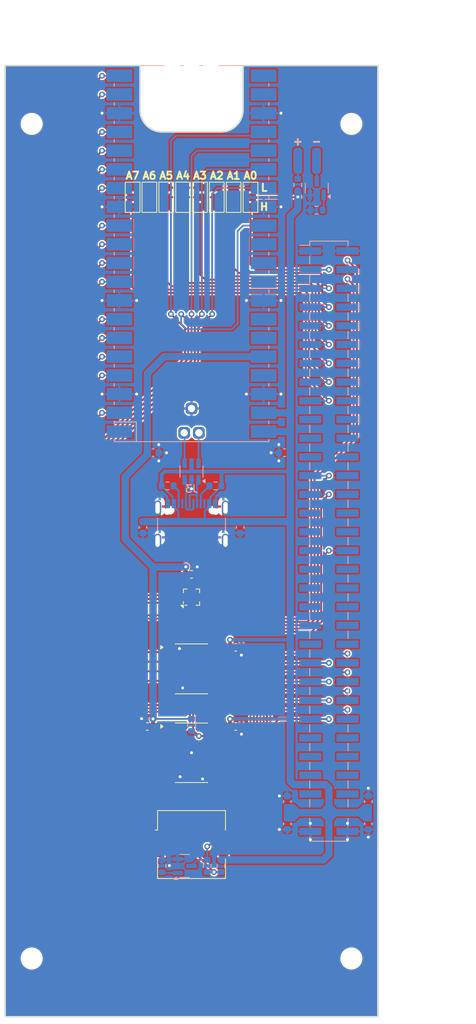
<source format=kicad_pcb>
(kicad_pcb (version 20240108) (generator "pcbnew") (generator_version "8.0")
  (layers (0 "F.Cu" signal) (31 "B.Cu" signal) (34 "B.Paste" user) (35 "F.Paste" user) (36 "B.SilkS" user "B.Silkscreen") (37 "F.SilkS" user "F.Silkscreen") (38 "B.Mask" user) (39 "F.Mask" user) (44 "Edge.Cuts" user))
  (net 0 "")
  (net 1 "+5V")
  (net 2 "GND")
  (net 11 "+3V3")
  (net 12 "Net-(J3-D+-PadA6)")
  (net 14 "Net-(J3-D--PadA7)")
  (net 16 "Net-(J3-CC1)")
  (net 17 "Net-(J3-CC2)")
  (net 18 "/FIFO_EXT_D4")
  (net 19 "/FIFO_EXT_D0")
  (net 20 "/FIFO_EXT_D6")
  (net 21 "/FIFO_EXT_D2")
  (net 22 "/FIFO_EXT_D5")
  (net 23 "/FIFO_EXT_D3")
  (net 24 "/FIFO_EXT_D1")
  (net 25 "/FIFO_EXT_D7")
  (net 26 "/USB_D+")
  (net 27 "/USB_D-")
  (net 28 "/FIFO_EXT_EN")
  (net 29 "/FIFO_EXT_A1")
  (net 30 "/~{RESET}")
  (net 31 "/FIFO_EXT_R{slash}~{W}")
  (net 34 "/FIFO_EXT_A0")
  (net 38 "/CARD_A5")
  (net 41 "/CARD_A3")
  (net 44 "/CARD_A4")
  (net 45 "/CARD_A0")
  (net 48 "/CARD_A2")
  (net 49 "/CARD_A1")
  (net 52 "/CARD_A6")
  (net 53 "/CARD_A7")
  (net 82 "Net-(D1-K)")
  (net 83 "/BACKLIGHT_PWM")
  (net 84 "Net-(Q2-D)")
  (net 85 "/BUZZER_PWM")
  (net 86 "/ACCEL_SDA")
  (net 87 "/ACCEL_INT1")
  (net 88 "/ACCEL_SCL")
  (net 89 "/ACCEL_INT2")
  (net 90 "/ACCEL_~{CS}")
  (net 91 "Net-(D1-A)")
  (net 92 "Net-(LS1-Pad1)")
  (net 94 "/FIFO_D2_3V3")
  (net 95 "/FIFO_D0_3V3")
  (net 96 "/FIFO_D4_3V3")
  (net 97 "/FIFO_D1_3V3")
  (net 98 "/FIFO_D5_3V3")
  (net 99 "/FIFO_D6_3V3")
  (net 100 "/FIFO_D3_3V3")
  (net 101 "/FIFO_D7_3V3")
  (net 102 "/FIFO_A1_3V3")
  (net 103 "/FIFO_EN_3V3")
  (net 104 "/FIFO_R{slash}~{W}_3V3")
  (net 105 "/FIFO_A0_3V3")
  (net 106 "/~{RESET}_3V3")
  (net 107 "/TRCVR_~{OE}")
  (net 108 "/TRCVR_DIR")
  (footprint "Jumper:SolderJumper-3_P1.3mm_Bridged2Bar12_Pad1.0x1.5mm" (layer "F.Cu") (at 201.92857 39.75 90)
    (property "Reference" "JP3" (hide yes))
    (property "Value" "SolderJumper_3_Bridged12" (hide yes))
  )
  (footprint "Capacitor_SMD:C_0603_1608Metric" (layer "F.Cu") (at 198.5 90.9)
    (property "Reference" "C10" (hide yes))
    (property "Value" "100n")
  )
  (footprint "Jumper:SolderJumper-3_P1.3mm_Bridged2Bar12_Pad1.0x1.5mm" (layer "F.Cu") (at 195.071428 39.75 90)
    (property "Reference" "JP6" (hide yes))
    (property "Value" "SolderJumper_3_Bridged12" (hide yes))
  )
  (footprint "Buzzer_Beeper:Buzzer_Murata_PKMCS0909E" (layer "F.Cu") (at 198.5 127.545)
    (property "Reference" "LS1" (hide yes))
    (property "Value" "PKMCS0909E")
  )
  (footprint "Package_SO:TSSOP-20_4.4x6.5mm_P0.65mm" (layer "F.Cu") (at 198.5 103.72)
    (property "Reference" "U6" (hide yes))
    (property "Value" "SN74HCS244")
  )
  (footprint "MountingHole:MountingHole_2.5mm" (layer "F.Cu") (at 176.8 29.8)
    (property "Reference" "H1" (hide yes))
    (property "Value" "M2")
  )
  (footprint "Jumper:SolderJumper-3_P1.3mm_Bridged2Bar12_Pad1.0x1.5mm" (layer "F.Cu") (at 190.5 39.75 90)
    (property "Reference" "JP8" (hide yes))
    (property "Value" "SolderJumper_3_Bridged12" (hide yes))
  )
  (footprint "Capacitor_SMD:C_0603_1608Metric" (layer "F.Cu") (at 204.5 100.795)
    (property "Reference" "C6" (hide yes))
    (property "Value" "100n")
  )
  (footprint "Package_LGA:LGA-12_2x2mm_P0.5mm" (layer "F.Cu") (at 198.5 93.99 90)
    (property "Reference" "U4" (hide yes))
    (property "Value" "LIS2DW12")
  )
  (footprint "Jumper:SolderJumper-3_P1.3mm_Bridged2Bar12_Pad1.0x1.5mm" (layer "F.Cu") (at 197.357142 39.75 90)
    (property "Reference" "JP5" (hide yes))
    (property "Value" "SolderJumper_3_Bridged12" (hide yes))
  )
  (footprint "MountingHole:MountingHole_2.5mm" (layer "F.Cu") (at 176.8 143)
    (property "Reference" "H3" (hide yes))
    (property "Value" "M2")
  )
  (footprint "MountingHole:MountingHole_2.5mm" (layer "F.Cu") (at 220.2 143)
    (property "Reference" "H4" (hide yes))
    (property "Value" "M2")
  )
  (footprint "Capacitor_SMD:C_0603_1608Metric" (layer "F.Cu") (at 204.5 111.525)
    (property "Reference" "C3" (hide yes))
    (property "Value" "100n")
  )
  (footprint "Jumper:SolderJumper-3_P1.3mm_Bridged2Bar12_Pad1.0x1.5mm" (layer "F.Cu") (at 199.642856 39.75 90)
    (property "Reference" "JP4" (hide yes))
    (property "Value" "SolderJumper_3_Bridged12" (hide yes))
  )
  (footprint "Jumper:SolderJumper-3_P1.3mm_Bridged2Bar12_Pad1.0x1.5mm" (layer "F.Cu") (at 206.499998 39.75 90)
    (property "Reference" "JP1" (hide yes))
    (property "Value" "SolderJumper_3_Bridged12" (hide yes))
  )
  (footprint "Jumper:SolderJumper-3_P1.3mm_Bridged2Bar12_Pad1.0x1.5mm" (layer "F.Cu") (at 192.785714 39.75 90)
    (property "Reference" "JP7" (hide yes))
    (property "Value" "SolderJumper_3_Bridged12" (hide yes))
  )
  (footprint "MountingHole:MountingHole_2.5mm" (layer "F.Cu") (at 220.2 29.8)
    (property "Reference" "H2" (hide yes))
    (property "Value" "M2")
  )
  (footprint "Capacitor_SMD:C_0603_1608Metric" (layer "F.Cu") (at 192.5 111.525 180)
    (property "Reference" "C4" (hide yes))
    (property "Value" "100n")
  )
  (footprint "Package_SO:TSSOP-24_4.4x7.8mm_P0.65mm" (layer "F.Cu") (at 198.5 115.1)
    (property "Reference" "U1" (hide yes))
    (property "Value" "SN74LXC8T245")
  )
  (footprint "Jumper:SolderJumper-3_P1.3mm_Bridged2Bar12_Pad1.0x1.5mm" (layer "F.Cu") (at 204.214284 39.75 90)
    (property "Reference" "JP2" (hide yes))
    (property "Value" "SolderJumper_3_Bridged12" (hide yes))
  )
  (footprint "Resistor_SMD:R_0603_1608Metric" (layer "B.Cu") (at 198.5 111.325 -90)
    (property "Reference" "R5" (hide yes))
    (property "Value" "10k")
  )
  (footprint "Capacitor_SMD:C_0603_1608Metric" (layer "B.Cu") (at 222.5 121.73 90)
    (property "Reference" "C7" (hide yes))
    (property "Value" "10u")
  )
  (footprint "Package_TO_SOT_SMD:SOT-23" (layer "B.Cu") (at 215.5 38.5 90)
    (property "Reference" "Q1" (hide yes))
    (property "Value" "BSS138")
  )
  (footprint "decoder:Con_01x02_2.54_SMD" (layer "B.Cu") (at 214.2 34.8 180)
    (property "Reference" "D1" (hide yes))
    (property "Value" "LED FILAMENT")
  )
  (footprint "Capacitor_SMD:C_0603_1608Metric" (layer "B.Cu") (at 211.5 124.73 -90)
    (property "Reference" "C9" (hide yes))
    (property "Value" "100n")
  )
  (footprint "Capacitor_SMD:C_0603_1608Metric" (layer "B.Cu") (at 211.5 121.73 90)
    (property "Reference" "C8" (hide yes))
    (property "Value" "10u")
  )
  (footprint "Resistor_SMD:R_0603_1608Metric" (layer "B.Cu") (at 194.499166 130.45 -90)
    (property "Reference" "R8" (hide yes))
    (property "Value" "10k")
  )
  (footprint "RPi_Pico:RPi_PicoW_SMD_TH" (layer "B.Cu") (at 198.5 47.4)
    (property "Reference" "U2" (hide yes))
    (property "Value" "PicoW")
  )
  (footprint "Capacitor_SMD:C_0603_1608Metric" (layer "B.Cu") (at 193.275 74.4)
    (property "Reference" "C13" (hide yes))
    (property "Value" "10u")
  )
  (footprint "Resistor_SMD:R_0603_1608Metric" (layer "B.Cu") (at 215.47 41.5)
    (property "Reference" "R7" (hide yes))
    (property "Value" "10k")
  )
  (footprint "decoder:USB_C_Receptacle_GCT_USB4800" (layer "B.Cu") (at 198.5 84.805 180)
    (property "Reference" "J3")
    (property "Value" "USB4800")
  )
  (footprint "Capacitor_SMD:C_0603_1608Metric" (layer "B.Cu") (at 222.5 124.73 -90)
    (property "Reference" "C5" (hide yes))
    (property "Value" "100n")
  )
  (footprint "Resistor_SMD:R_0603_1608Metric" (layer "B.Cu") (at 212.93 38.075 90)
    (property "Reference" "R6" (hide yes))
    (property "Value" "33")
  )
  (footprint "Connector_PinSocket_2.54mm:PinSocket_2x32_P2.54mm_Vertical_SMD" (layer "B.Cu") (at 217.15 86.4 180)
    (property "Reference" "J1" (hide yes))
    (property "Value" "Conn_02x32_Odd_Even")
  )
  (footprint "Resistor_SMD:R_0603_1608Metric" (layer "B.Cu") (at 195.25 78.9)
    (property "Reference" "R2" (hide yes))
    (property "Value" "5k1")
  )
  (footprint "Package_TO_SOT_SMD:SOT-23" (layer "B.Cu") (at 197.5625 130.45)
    (property "Reference" "Q2" (hide yes))
    (property "Value" "BSS138")
  )
  (footprint "Resistor_SMD:R_0603_1608Metric" (layer "B.Cu") (at 201.75 78.9)
    (property "Reference" "R1" (hide yes))
    (property "Value" "5k1")
  )
  (footprint "Resistor_SMD:R_0603_1608Metric" (layer "B.Cu") (at 200.625833 130.45 90)
    (property "Reference" "R10" (hide yes))
    (property "Value" "1k")
  )
  (footprint "Capacitor_SMD:C_0603_1608Metric" (layer "B.Cu") (at 191.9 84.52 -90)
    (property "Reference" "C1" (hide yes))
    (property "Value" "10u")
  )
  (footprint "Capacitor_SMD:C_0603_1608Metric" (layer "B.Cu") (at 205.1 84.52 -90)
    (property "Reference" "C11" (hide yes))
    (property "Value" "10u")
  )
  (footprint "Package_TO_SOT_SMD:SOT-23-6" (layer "B.Cu") (at 198.5 76.95 90)
    (property "Reference" "U3" (hide yes))
    (property "Value" "USBLC6-2SC6")
  )
  (footprint "Resistor_SMD:R_0603_1608Metric" (layer "B.Cu") (at 202.499166 130.45 -90)
    (property "Reference" "R9" (hide yes))
    (property "Value" "100")
  )
  (footprint "Capacitor_SMD:C_0603_1608Metric" (layer "B.Cu") (at 211.125 74.4 180)
    (property "Reference" "C12" (hide yes))
    (property "Value" "10u")
  )
  (gr_line (start 191.500001 21.9) (end 173.2 21.9) (stroke (width 0.2)) (layer "Edge.Cuts"))
  (gr_line (start 173.2 150.9) (end 223.8 150.9) (stroke (width 0.2)) (layer "Edge.Cuts"))
  (gr_line (start 223.8 21.9) (end 205.500001 21.9) (stroke (width 0.2)) (layer "Edge.Cuts"))
  (gr_line (start 205.500001 21.9) (end 205.500001 27.9) (stroke (width 0.2)) (layer "Edge.Cuts"))
  (gr_line (start 191.500001 27.9) (end 191.500001 21.9) (stroke (width 0.2)) (layer "Edge.Cuts"))
  (gr_arc (start 205.500001 27.9) (mid 204.621321 30.021321) (end 202.5 30.9) (stroke (width 0.2)) (layer "Edge.Cuts"))
  (gr_arc (start 194.5 30.9) (mid 192.37868 30.02132) (end 191.5 27.9) (stroke (width 0.2)) (layer "Edge.Cuts"))
  (gr_line (start 173.2 21.9) (end 173.2 150.9) (stroke (width 0.2)) (layer "Edge.Cuts"))
  (gr_line (start 223.8 150.9) (end 223.8 21.9) (stroke (width 0.2)) (layer "Edge.Cuts"))
  (gr_line (start 202.5 30.9) (end 194.5 30.9) (stroke (width 0.2)) (layer "Edge.Cuts"))
  (gr_text "-" (at 215.47 32.75 0) (layer "B.SilkS") (effects (font (size 1 1) (thickness 0.25) (bold yes)) (justify bottom)))
  (gr_text "+" (at 212.93 32.75 0) (layer "B.SilkS") (effects (font (size 1 1) (thickness 0.25) (bold yes)) (justify bottom)))
  (gr_text "A0" (at 206.499998 37.4 0) (layer "F.SilkS") (effects (font (size 1 1) (thickness 0.3) (bold yes)) (justify bottom)))
  (gr_text "A7\n" (at 190.5 37.4 0) (layer "F.SilkS") (effects (font (size 1 1) (thickness 0.3) (bold yes)) (justify bottom)))
  (gr_text "H" (at 208.35 41.05 0) (layer "F.SilkS") (effects (font (size 1 1) (thickness 0.25) (bold yes))))
  (gr_text "A5\n" (at 195.071428 37.4 0) (layer "F.SilkS") (effects (font (size 1 1) (thickness 0.3) (bold yes)) (justify bottom)))
  (gr_text "A2\n" (at 201.92857 37.4 0) (layer "F.SilkS") (effects (font (size 1 1) (thickness 0.3) (bold yes)) (justify bottom)))
  (gr_text "A1\n" (at 204.214284 37.4 0) (layer "F.SilkS") (effects (font (size 1 1) (thickness 0.3) (bold yes)) (justify bottom)))
  (gr_text "A3\n" (at 199.642856 37.4 0) (layer "F.SilkS") (effects (font (size 1 1) (thickness 0.3) (bold yes)) (justify bottom)))
  (gr_text "A6" (at 192.785714 37.4 0) (layer "F.SilkS") (effects (font (size 1 1) (thickness 0.3) (bold yes)) (justify bottom)))
  (gr_text "A4\n" (at 197.357142 37.4 0) (layer "F.SilkS") (effects (font (size 1 1) (thickness 0.3) (bold yes)) (justify bottom)))
  (gr_text "L" (at 208.35 38.45 0) (layer "F.SilkS") (effects (font (size 1 1) (thickness 0.25) (bold yes))))
  (segment (start 203.725 100.795) (end 203.725 99.77) (width 0.5) (layer "F.Cu") (net 1))
  (segment (start 201.3625 100.795) (end 203.725 100.795) (width 0.25) (layer "F.Cu") (net 1))
  (segment (start 206.499998 39.75) (end 212.95 39.75) (width 0.25) (layer "F.Cu") (net 1))
  (segment (start 200.375 111.525) (end 200.2 111.7) (width 0.25) (layer "F.Cu") (net 1))
  (segment (start 200.2 112) (end 200.2 111.7) (width 0.25) (layer "F.Cu") (net 1))
  (segment (start 203.725 111.525) (end 203.725 110.5) (width 0.5) (layer "F.Cu") (net 1))
  (segment (start 201.3625 112.175) (end 200.375 112.175) (width 0.25) (layer "F.Cu") (net 1))
  (segment (start 203.725 111.525) (end 201.3625 111.525) (width 0.25) (layer "F.Cu") (net 1))
  (segment (start 201.3625 111.525) (end 200.375 111.525) (width 0.25) (layer "F.Cu") (net 1))
  (segment (start 200.375 112.175) (end 200.2 112) (width 0.25) (layer "F.Cu") (net 1))
  (segment (start 190.5 39.75) (end 206.499998 39.75) (width 0.25) (layer "F.Cu") (net 1))
  (via (at 203.725 99.77) (size 0.8) (drill 0.4) (layers "F.Cu" "B.Cu") (net 1))
  (via (at 203.725 110.5) (size 0.8) (drill 0.4) (layers "F.Cu" "B.Cu") (net 1))
  (via (at 212.93 39.7) (size 0.8) (drill 0.4) (layers "F.Cu" "B.Cu") (net 1))
  (segment (start 211.895 99.77) (end 211.9 99.775) (width 0.5) (layer "B.Cu") (net 1))
  (segment (start 195.95 81.135) (end 195.95 80.425) (width 0.25) (layer "B.Cu") (net 1))
  (segment (start 200.75 81.850051) (end 200.3 82.300051) (width 0.25) (layer "B.Cu") (net 1))
  (segment (start 194.425 77.5) (end 194.425 77.375) (width 0.5) (layer "B.Cu") (net 1))
  (segment (start 201.4 76.95) (end 202.55 76.95) (width 0.5) (layer "B.Cu") (net 1))
  (segment (start 212.93 39.7) (end 212.93 38.9) (width 1) (layer "B.Cu") (net 1))
  (segment (start 216.67 119.42) (end 212.37 119.42) (width 1) (layer "B.Cu") (net 1))
  (segment (start 196.7 82.300051) (end 196.7 83.545) (width 0.25) (layer "B.Cu") (net 1))
  (segment (start 198.5 75.8125) (end 198.5 76.95) (width 0.5) (layer "B.Cu") (net 1))
  (segment (start 200.3 83.545) (end 200.5 83.745) (width 0.25) (layer "B.Cu") (net 1))
  (segment (start 217.15 119.9) (end 216.67 119.42) (width 1) (layer "B.Cu") (net 1))
  (segment (start 198.5 76.95) (end 201.4 76.95) (width 0.5) (layer "B.Cu") (net 1))
  (segment (start 211.69 68.99) (end 211.9 69.2) (width 1) (layer "B.Cu") (net 1))
  (segment (start 196.25 81.135) (end 196.25 81.850051) (width 0.25) (layer "B.Cu") (net 1))
  (segment (start 196.5 83.745) (end 198.5 83.745) (width 1) (layer "B.Cu") (net 1))
  (segment (start 202.499166 129.625) (end 216.375 129.625) (width 1) (layer "B.Cu") (net 1))
  (segment (start 211.85 110.5) (end 211.9 110.55) (width 0.5) (layer "B.Cu") (net 1))
  (segment (start 211.9 118.95) (end 211.9 110.55) (width 1) (layer "B.Cu") (net 1))
  (segment (start 212.37 119.42) (end 211.9 118.95) (width 1) (layer "B.Cu") (net 1))
  (segment (start 200.5 83.745) (end 205.1 83.745) (width 1) (layer "B.Cu") (net 1))
  (segment (start 202.575 78.9) (end 202.575 76.975) (width 0.5) (layer "B.Cu") (net 1))
  (segment (start 211.9 69.2) (end 211.9 70.5) (width 1) (layer "B.Cu") (net 1))
  (segment (start 207.39 71.53) (end 211.67 71.53) (width 1) (layer "B.Cu") (net 1))
  (segment (start 207.39 68.99) (end 211.69 68.99) (width 1) (layer "B.Cu") (net 1))
  (segment (start 211.67 71.53) (end 211.7 71.5) (width 1) (layer "B.Cu") (net 1))
  (segment (start 211.9 70.5) (end 211.9 42.35) (width 1) (layer "B.Cu") (net 1))
  (segment (start 217.15 128.85) (end 217.15 119.9) (width 1) (layer "B.Cu") (net 1))
  (segment (start 203.725 110.5) (end 211.85 110.5) (width 0.5) (layer "B.Cu") (net 1))
  (segment (start 194.425 78.9) (end 194.425 77.5) (width 0.5) (layer "B.Cu") (net 1))
  (segment (start 196.25 81.850051) (end 196.7 82.300051) (width 0.25) (layer "B.Cu") (net 1))
  (segment (start 205.1 83.745) (end 211.5 83.745) (width 1) (layer "B.Cu") (net 1))
  (segment (start 212.93 41.32) (end 212.93 39.7) (width 1) (layer "B.Cu") (net 1))
  (segment (start 196.7 83.545) (end 196.5 83.745) (width 0.25) (layer "B.Cu") (net 1))
  (segment (start 201.05 80.425) (end 202.575 78.9) (width 0.25) (layer "B.Cu") (net 1))
  (segment (start 195.95 80.425) (end 194.425 78.9) (width 0.25) (layer "B.Cu") (net 1))
  (segment (start 203.725 99.77) (end 211.895 99.77) (width 0.5) (layer "B.Cu") (net 1))
  (segment (start 200.75 81.135) (end 200.75 81.850051) (width 0.25) (layer "B.Cu") (net 1))
  (segment (start 216.375 129.625) (end 217.15 128.85) (width 1) (layer "B.Cu") (net 1))
  (segment (start 211.9 99.775) (end 211.9 110.55) (width 1) (layer "B.Cu") (net 1))
  (segment (start 201.4 76.95) (end 211.65 76.95) (width 0.5) (layer "B.Cu") (net 1))
  (segment (start 201.05 81.135) (end 201.05 80.425) (width 0.25) (layer "B.Cu") (net 1))
  (segment (start 202.55 76.95) (end 202.575 76.975) (width 0.5) (layer "B.Cu") (net 1))
  (segment (start 198.5 83.745) (end 200.5 83.745) (width 1) (layer "B.Cu") (net 1))
  (segment (start 194.425 77.375) (end 194.85 76.95) (width 0.5) (layer "B.Cu") (net 1))
  (segment (start 211.9 42.35) (end 212.93 41.32) (width 1) (layer "B.Cu") (net 1))
  (segment (start 200.3 82.300051) (end 200.3 83.545) (width 0.25) (layer "B.Cu") (net 1))
  (segment (start 191.9 83.745) (end 196.5 83.745) (width 1) (layer "B.Cu") (net 1))
  (segment (start 211.9 99.775) (end 211.9 70.5) (width 1) (layer "B.Cu") (net 1))
  (segment (start 194.85 76.95) (end 198.5 76.95) (width 0.5) (layer "B.Cu") (net 1))
  (segment (start 211.65 76.95) (end 211.7 76.9) (width 0.5) (layer "B.Cu") (net 1))
  (segment (start 199.25 90.925) (end 199.275 90.9) (width 0.25) (layer "F.Cu") (net 2))
  (via (at 210.65 28.35) (size 0.8) (drill 0.4) (layers "F.Cu" "B.Cu") (net 2))
  (via (at 186.35 28.35) (size 0.8) (drill 0.4) (layers "F.Cu" "B.Cu") (net 2))
  (via (at 210.42 125.505) (size 0.8) (drill 0.4) (layers "F.Cu" "B.Cu") (net 2))
  (via (at 199.275 89.875) (size 0.8) (drill 0.4) (layers "F.Cu" "B.Cu") (net 2))
  (via (at 210.65 41.05) (size 0.8) (drill 0.4) (layers "F.Cu" "B.Cu") (net 2))
  (via (at 205.27 101.85) (size 0.8) (drill 0.4) (layers "F.Cu" "B.Cu") (net 2))
  (via (at 196.95 118.35) (size 0.8) (drill 0.4) (layers "F.Cu" "B.Cu") (net 2))
  (via (at 210.35 73.3) (size 0.8) (drill 0.4) (layers "F.Cu" "B.Cu") (net 2))
  (via (at 194.05 73.3) (size 0.8) (drill 0.4) (layers "F.Cu" "B.Cu") (net 2))
  (via (at 205.95 66.45) (size 0.8) (drill 0.4) (layers "F.Cu" "B.Cu") (net 2))
  (via (at 197.3 106.3) (size 0.8) (drill 0.4) (layers "F.Cu" "B.Cu") (net 2))
  (via (at 209.3 74.4) (size 0.8) (drill 0.4) (layers "F.Cu" "B.Cu") (net 2))
  (via (at 191.72 110.47) (size 0.8) (drill 0.4) (layers "F.Cu" "B.Cu") (net 2))
  (via (at 205.95 53.75) (size 0.8) (drill 0.4) (layers "F.Cu" "B.Cu") (net 2))
  (via (at 191.05 66.45) (size 0.8) (drill 0.4) (layers "F.Cu" "B.Cu") (net 2))
  (via (at 200 118.65) (size 0.8) (drill 0.4) (layers "F.Cu" "B.Cu") (net 2))
  (via (at 214.63 126.87) (size 0.8) (drill 0.4) (layers "F.Cu" "B.Cu") (net 2))
  (via (at 210.65 66.45) (size 0.8) (drill 0.4) (layers "F.Cu" "B.Cu") (net 2))
  (via (at 222.5 126.55) (size 0.8) (drill 0.4) (layers "F.Cu" "B.Cu") (net 2))
  (via (at 222.5 119.9) (size 0.8) (drill 0.4) (layers "F.Cu" "B.Cu") (net 2))
  (via (at 186.35 66.45) (size 0.8) (drill 0.4) (layers "F.Cu" "B.Cu") (net 2))
  (via (at 198.5 115.1) (size 0.8) (drill 0.4) (layers "F.Cu" "B.Cu") (net 2))
  (via (at 210.42 120.955) (size 0.8) (drill 0.4) (layers "F.Cu" "B.Cu") (net 2))
  (via (at 210.65 53.75) (size 0.8) (drill 0.4) (layers "F.Cu" "B.Cu") (net 2))
  (via (at 205.28 112.58) (size 0.8) (drill 0.4) (layers "F.Cu" "B.Cu") (net 2))
  (via (at 195.5 130.4) (size 0.8) (drill 0.4) (layers "F.Cu" "B.Cu") (net 2))
  (via (at 210.35 75.5) (size 0.8) (drill 0.4) (layers "F.Cu" "B.Cu") (net 2))
  (via (at 198.5 79.3) (size 0.8) (drill 0.4) (layers "F.Cu" "B.Cu") (net 2))
  (via (at 191.05 53.75) (size 0.8) (drill 0.4) (layers "F.Cu" "B.Cu") (net 2))
  (via (at 219.67 124.67) (size 0.8) (drill 0.4) (layers "F.Cu" "B.Cu") (net 2))
  (via (at 214.63 124.67) (size 0.8) (drill 0.4) (layers "F.Cu" "B.Cu") (net 2))
  (via (at 186.35 41.05) (size 0.8) (drill 0.4) (layers "F.Cu" "B.Cu") (net 2))
  (via (at 195.1 74.4) (size 0.8) (drill 0.4) (layers "F.Cu" "B.Cu") (net 2))
  (via (at 186.35 53.75) (size 0.8) (drill 0.4) (layers "F.Cu" "B.Cu") (net 2))
  (via (at 219.67 126.87) (size 0.8) (drill 0.4) (layers "F.Cu" "B.Cu") (net 2))
  (via (at 194.05 75.5) (size 0.8) (drill 0.4) (layers "F.Cu" "B.Cu") (net 2))
  (via (at 196.864127 100.966724) (size 0.8) (drill 0.4) (layers "F.Cu" "B.Cu") (net 2))
  (segment (start 201.85 81.135) (end 201.85 80.3) (width 0.25) (layer "B.Cu") (net 2))
  (segment (start 201.85 80.3) (end 202.05 80.1) (width 0.25) (layer "B.Cu") (net 2))
  (segment (start 198.5 79.3) (end 198.5 78.0875) (width 0.25) (layer "B.Cu") (net 2))
  (segment (start 195.15 81.135) (end 195.15 80.3) (width 0.25) (layer "B.Cu") (net 2))
  (segment (start 195.15 80.3) (end 194.95 80.1) (width 0.25) (layer "B.Cu") (net 2))
  (segment (start 195.6375 111.525) (end 193.275 111.525) (width 0.25) (layer "F.Cu") (net 11))
  (segment (start 197.75 90.925) (end 197.725 90.9) (width 0.25) (layer "F.Cu") (net 11))
  (segment (start 198.25 93.2275) (end 197.75 93.2275) (width 0.25) (layer "F.Cu") (net 11))
  (segment (start 197.75 93.2275) (end 197.75 90.925) (width 0.25) (layer "F.Cu") (net 11))
  (segment (start 197.725 90.9) (end 197.725 89.875) (width 0.5) (layer "F.Cu") (net 11))
  (segment (start 193.275 111.525) (end 193.275 110.5) (width 0.5) (layer "F.Cu") (net 11))
  (via (at 197.725 89.875) (size 0.8) (drill 0.4) (layers "F.Cu" "B.Cu") (net 11))
  (via (at 193.275 110.5) (size 0.8) (drill 0.4) (layers "F.Cu" "B.Cu") (net 11))
  (segment (start 193.275 110.5) (end 198.5 110.5) (width 0.25) (layer "B.Cu") (net 11))
  (segment (start 194.78 61.37) (end 192.5 63.65) (width 1) (layer "B.Cu") (net 11))
  (segment (start 192.5 63.65) (end 192.5 74.65) (width 1) (layer "B.Cu") (net 11))
  (segment (start 197.725 89.875) (end 197.7 89.9) (width 1) (layer "B.Cu") (net 11))
  (segment (start 189.5 86.125) (end 193.275 89.9) (width 1) (layer "B.Cu") (net 11))
  (segment (start 192.5 74.65) (end 189.5 77.65) (width 1) (layer "B.Cu") (net 11))
  (segment (start 193.275 110.5) (end 193.275 89.9) (width 1) (layer "B.Cu") (net 11))
  (segment (start 207.39 61.37) (end 194.78 61.37) (width 1) (layer "B.Cu") (net 11))
  (segment (start 189.5 77.65) (end 189.5 86.125) (width 1) (layer "B.Cu") (net 11))
  (segment (start 197.7 89.9) (end 193.275 89.9) (width 1) (layer "B.Cu") (net 11))
  (segment (start 197.75 82.01) (end 197.75 81.135) (width 0.25) (layer "B.Cu") (net 12))
  (segment (start 197.84 82.1) (end 197.75 82.01) (width 0.25) (layer "B.Cu") (net 12))
  (segment (start 198.75 82.01) (end 198.66 82.1) (width 0.25) (layer "B.Cu") (net 12))
  (segment (start 197.75 81.135) (end 197.75 78.2875) (width 0.25) (layer "B.Cu") (net 12))
  (segment (start 197.75 78.2875) (end 197.55 78.0875) (width 0.25) (layer "B.Cu") (net 12))
  (segment (start 198.75 81.135) (end 198.75 82.01) (width 0.25) (layer "B.Cu") (net 12))
  (segment (start 198.66 82.1) (end 197.84 82.1) (width 0.25) (layer "B.Cu") (net 12))
  (segment (start 198.3 80.1) (end 199.25 80.1) (width 0.25) (layer "B.Cu") (net 14))
  (segment (start 199.25 78.2875) (end 199.25 80.1) (width 0.25) (layer "B.Cu") (net 14))
  (segment (start 199.45 78.0875) (end 199.25 78.2875) (width 0.25) (layer "B.Cu") (net 14))
  (segment (start 199.25 80.1) (end 199.25 81.135) (width 0.25) (layer "B.Cu") (net 14))
  (segment (start 198.25 81.135) (end 198.25 80.15) (width 0.25) (layer "B.Cu") (net 14))
  (segment (start 198.25 80.15) (end 198.3 80.1) (width 0.25) (layer "B.Cu") (net 14))
  (segment (start 199.75 80.075) (end 200.925 78.9) (width 0.25) (layer "B.Cu") (net 16))
  (segment (start 199.75 81.135) (end 199.75 80.075) (width 0.25) (layer "B.Cu") (net 16))
  (segment (start 196.75 79.575) (end 196.075 78.9) (width 0.25) (layer "B.Cu") (net 17))
  (segment (start 196.75 81.135) (end 196.75 79.575) (width 0.25) (layer "B.Cu") (net 17))
  (segment (start 206.95 112.836396) (end 205.661396 114.125) (width 0.25) (layer "F.Cu") (net 18))
  (segment (start 207.69 102.91) (end 206.95 103.65) (width 0.25) (layer "F.Cu") (net 18))
  (segment (start 217.15 102.91) (end 207.69 102.91) (width 0.25) (layer "F.Cu") (net 18))
  (segment (start 205.661396 114.125) (end 201.3625 114.125) (width 0.25) (layer "F.Cu") (net 18))
  (segment (start 206.95 103.65) (end 206.95 112.836396) (width 0.25) (layer "F.Cu") (net 18))
  (via (at 217.15 102.91) (size 0.8) (drill 0.4) (layers "F.Cu" "B.Cu") (net 18))
  (segment (start 214.63 102.91) (end 217.15 102.91) (width 0.25) (layer "B.Cu") (net 18))
  (segment (start 206.5 112.65) (end 206.5 102.4) (width 0.25) (layer "F.Cu") (net 19))
  (segment (start 206.5 102.4) (end 207.25 101.65) (width 0.25) (layer "F.Cu") (net 19))
  (segment (start 201.3625 113.475) (end 205.675 113.475) (width 0.25) (layer "F.Cu") (net 19))
  (segment (start 208.01 101.64) (end 219.67 101.64) (width 0.25) (layer "F.Cu") (net 19))
  (segment (start 207.25 101.65) (end 208 101.65) (width 0.25) (layer "F.Cu") (net 19))
  (segment (start 205.675 113.475) (end 206.5 112.65) (width 0.25) (layer "F.Cu") (net 19))
  (segment (start 208 101.65) (end 208.01 101.64) (width 0.25) (layer "F.Cu") (net 19))
  (via (at 219.67 101.64) (size 0.8) (drill 0.4) (layers "F.Cu" "B.Cu") (net 19))
  (segment (start 219.67 102.91) (end 219.67 101.64) (width 0.25) (layer "B.Cu") (net 19))
  (segment (start 209.51 107.99) (end 208.75 108.75) (width 0.25) (layer "F.Cu") (net 20))
  (segment (start 205.60698 116.725) (end 201.3625 116.725) (width 0.25) (layer "F.Cu") (net 20))
  (segment (start 208.75 108.75) (end 208.75 113.58198) (width 0.25) (layer "F.Cu") (net 20))
  (segment (start 217.15 107.99) (end 209.51 107.99) (width 0.25) (layer "F.Cu") (net 20))
  (segment (start 208.75 113.58198) (end 205.60698 116.725) (width 0.25) (layer "F.Cu") (net 20))
  (via (at 217.15 107.99) (size 0.8) (drill 0.4) (layers "F.Cu" "B.Cu") (net 20))
  (segment (start 214.63 107.99) (end 217.15 107.99) (width 0.25) (layer "B.Cu") (net 20))
  (segment (start 219.67 106.72) (end 209.03 106.72) (width 0.25) (layer "F.Cu") (net 21))
  (segment (start 205.620584 116.075) (end 201.3625 116.075) (width 0.25) (layer "F.Cu") (net 21))
  (segment (start 209.03 106.72) (end 208.3 107.45) (width 0.25) (layer "F.Cu") (net 21))
  (segment (start 208.3 107.45) (end 208.3 113.395584) (width 0.25) (layer "F.Cu") (net 21))
  (segment (start 208.3 113.395584) (end 205.620584 116.075) (width 0.25) (layer "F.Cu") (net 21))
  (via (at 219.67 106.72) (size 0.8) (drill 0.4) (layers "F.Cu" "B.Cu") (net 21))
  (segment (start 219.67 107.99) (end 219.67 106.72) (width 0.25) (layer "B.Cu") (net 21))
  (segment (start 205.634188 115.425) (end 201.3625 115.425) (width 0.25) (layer "F.Cu") (net 22))
  (segment (start 207.85 113.209188) (end 205.634188 115.425) (width 0.25) (layer "F.Cu") (net 22))
  (segment (start 208.6125 105.45) (end 207.85 106.2125) (width 0.25) (layer "F.Cu") (net 22))
  (segment (start 217.15 105.45) (end 208.6125 105.45) (width 0.25) (layer "F.Cu") (net 22))
  (segment (start 207.85 106.2125) (end 207.85 113.209188) (width 0.25) (layer "F.Cu") (net 22))
  (via (at 217.15 105.45) (size 0.8) (drill 0.4) (layers "F.Cu" "B.Cu") (net 22))
  (segment (start 214.63 105.45) (end 217.15 105.45) (width 0.25) (layer "B.Cu") (net 22))
  (segment (start 205.593376 117.375) (end 201.3625 117.375) (width 0.25) (layer "F.Cu") (net 23))
  (segment (start 209.2 110) (end 209.2 113.768376) (width 0.25) (layer "F.Cu") (net 23))
  (segment (start 219.67 109.26) (end 209.94 109.26) (width 0.25) (layer "F.Cu") (net 23))
  (segment (start 209.2 113.768376) (end 205.593376 117.375) (width 0.25) (layer "F.Cu") (net 23))
  (segment (start 209.94 109.26) (end 209.2 110) (width 0.25) (layer "F.Cu") (net 23))
  (via (at 219.67 109.26) (size 0.8) (drill 0.4) (layers "F.Cu" "B.Cu") (net 23))
  (segment (start 219.67 110.53) (end 219.67 109.26) (width 0.25) (layer "B.Cu") (net 23))
  (segment (start 207.4 104.9) (end 207.4 113.022792) (width 0.25) (layer "F.Cu") (net 24))
  (segment (start 219.67 104.18) (end 208.12 104.18) (width 0.25) (layer "F.Cu") (net 24))
  (segment (start 208.12 104.18) (end 207.4 104.9) (width 0.25) (layer "F.Cu") (net 24))
  (segment (start 205.647792 114.775) (end 201.3625 114.775) (width 0.25) (layer "F.Cu") (net 24))
  (segment (start 207.4 113.022792) (end 205.647792 114.775) (width 0.25) (layer "F.Cu") (net 24))
  (via (at 219.67 104.18) (size 0.8) (drill 0.4) (layers "F.Cu" "B.Cu") (net 24))
  (segment (start 219.67 105.45) (end 219.67 104.18) (width 0.25) (layer "B.Cu") (net 24))
  (segment (start 209.65 113.954772) (end 205.579772 118.025) (width 0.25) (layer "F.Cu") (net 25))
  (segment (start 210.37 110.53) (end 209.65 111.25) (width 0.25) (layer "F.Cu") (net 25))
  (segment (start 217.15 110.53) (end 210.37 110.53) (width 0.25) (layer "F.Cu") (net 25))
  (segment (start 209.65 111.25) (end 209.65 113.954772) (width 0.25) (layer "F.Cu") (net 25))
  (segment (start 205.579772 118.025) (end 201.3625 118.025) (width 0.25) (layer "F.Cu") (net 25))
  (via (at 217.15 110.53) (size 0.8) (drill 0.4) (layers "F.Cu" "B.Cu") (net 25))
  (segment (start 214.63 110.53) (end 217.15 110.53) (width 0.25) (layer "B.Cu") (net 25))
  (segment (start 197.55 75.8125) (end 197.55 71.75) (width 0.25) (layer "B.Cu") (net 26))
  (segment (start 197.55 71.75) (end 197.5 71.7) (width 0.25) (layer "B.Cu") (net 26))
  (segment (start 199.45 75.8125) (end 199.45 71.75) (width 0.25) (layer "B.Cu") (net 27))
  (segment (start 199.45 71.75) (end 199.5 71.7) (width 0.25) (layer "B.Cu") (net 27))
  (segment (start 215.65 96.552792) (end 215.65 79.01) (width 0.25) (layer "F.Cu") (net 28))
  (segment (start 198.5 103.97) (end 198.5 98.827208) (width 0.25) (layer "F.Cu") (net 28))
  (segment (start 199.225 104.695) (end 198.5 103.97) (width 0.25) (layer "F.Cu") (net 28))
  (segment (start 199.527208 97.8) (end 214.402792 97.8) (width 0.25) (layer "F.Cu") (net 28))
  (segment (start 214.402792 97.8) (end 215.65 96.552792) (width 0.25) (layer "F.Cu") (net 28))
  (segment (start 201.3625 104.695) (end 199.225 104.695) (width 0.25) (layer "F.Cu") (net 28))
  (segment (start 198.5 98.827208) (end 199.527208 97.8) (width 0.25) (layer "F.Cu") (net 28))
  (segment (start 215.65 79.01) (end 217.15 77.51) (width 0.25) (layer "F.Cu") (net 28))
  (via (at 217.15 77.51) (size 0.8) (drill 0.4) (layers "F.Cu" "B.Cu") (net 28))
  (segment (start 214.63 77.51) (end 217.15 77.51) (width 0.25) (layer "B.Cu") (net 28))
  (segment (start 215.2 96.366396) (end 215.2 78) (width 0.25) (layer "F.Cu") (net 29))
  (segment (start 220.95 72.25) (end 220.95 49.58) (width 0.25) (layer "F.Cu") (net 29))
  (segment (start 198.05 105.27) (end 198.05 98.640812) (width 0.25) (layer "F.Cu") (net 29))
  (segment (start 215.2 78) (end 220.95 72.25) (width 0.25) (layer "F.Cu") (net 29))
  (segment (start 201.3625 105.995) (end 198.775 105.995) (width 0.25) (layer "F.Cu") (net 29))
  (segment (start 198.775 105.995) (end 198.05 105.27) (width 0.25) (layer "F.Cu") (net 29))
  (segment (start 220.95 49.58) (end 219.67 48.3) (width 0.25) (layer "F.Cu") (net 29))
  (segment (start 214.216396 97.35) (end 215.2 96.366396) (width 0.25) (layer "F.Cu") (net 29))
  (segment (start 198.05 98.640812) (end 199.340812 97.35) (width 0.25) (layer "F.Cu") (net 29))
  (segment (start 199.340812 97.35) (end 214.216396 97.35) (width 0.25) (layer "F.Cu") (net 29))
  (via (at 219.67 48.3) (size 0.8) (drill 0.4) (layers "F.Cu" "B.Cu") (net 29))
  (segment (start 219.67 49.57) (end 219.67 48.3) (width 0.25) (layer "B.Cu") (net 29))
  (segment (start 198.95 102.62) (end 198.95 99.013604) (width 0.25) (layer "F.Cu") (net 30))
  (segment (start 199.713604 98.25) (end 214.589188 98.25) (width 0.25) (layer "F.Cu") (net 30))
  (segment (start 199.725 103.395) (end 198.95 102.62) (width 0.25) (layer "F.Cu") (net 30))
  (segment (start 214.589188 98.25) (end 216.1 96.739188) (width 0.25) (layer "F.Cu") (net 30))
  (segment (start 201.3625 103.395) (end 199.725 103.395) (width 0.25) (layer "F.Cu") (net 30))
  (segment (start 216.1 81.1) (end 217.15 80.05) (width 0.25) (layer "F.Cu") (net 30))
  (segment (start 216.1 96.739188) (end 216.1 81.1) (width 0.25) (layer "F.Cu") (net 30))
  (segment (start 198.95 99.013604) (end 199.713604 98.25) (width 0.25) (layer "F.Cu") (net 30))
  (via (at 217.15 80.05) (size 0.8) (drill 0.4) (layers "F.Cu" "B.Cu") (net 30))
  (segment (start 214.63 80.05) (end 217.15 80.05) (width 0.25) (layer "B.Cu") (net 30))
  (segment (start 199.9 98.7) (end 199.4 99.2) (width 0.25) (layer "F.Cu") (net 31))
  (segment (start 214.775584 98.7) (end 199.9 98.7) (width 0.25) (layer "F.Cu") (net 31))
  (segment (start 216.55 88.27) (end 216.55 96.925584) (width 0.25) (layer "F.Cu") (net 31))
  (segment (start 217.15 87.67) (end 216.55 88.27) (width 0.25) (layer "F.Cu") (net 31))
  (segment (start 199.4 99.2) (end 199.4 101.37) (width 0.25) (layer "F.Cu") (net 31))
  (segment (start 199.4 101.37) (end 200.125 102.095) (width 0.25) (layer "F.Cu") (net 31))
  (segment (start 216.55 96.925584) (end 214.775584 98.7) (width 0.25) (layer "F.Cu") (net 31))
  (segment (start 200.125 102.095) (end 201.3625 102.095) (width 0.25) (layer "F.Cu") (net 31))
  (via (at 217.15 87.67) (size 0.8) (drill 0.4) (layers "F.Cu" "B.Cu") (net 31))
  (segment (start 219.67 87.67) (end 217.15 87.67) (width 0.25) (layer "B.Cu") (net 31))
  (segment (start 199.154416 96.9) (end 214.03 96.9) (width 0.25) (layer "F.Cu") (net 34))
  (segment (start 195.6375 102.095) (end 196.885 102.095) (width 0.25) (layer "F.Cu") (net 34))
  (segment (start 214.75 96.18) (end 214.75 77.813604) (width 0.25) (layer "F.Cu") (net 34))
  (segment (start 220.5 51.67) (end 219.67 50.84) (width 0.25) (layer "F.Cu") (net 34))
  (segment (start 197.6 101.38) (end 197.6 98.454416) (width 0.25) (layer "F.Cu") (net 34))
  (segment (start 220.5 72.063604) (end 220.5 51.67) (width 0.25) (layer "F.Cu") (net 34))
  (segment (start 214.03 96.9) (end 214.75 96.18) (width 0.25) (layer "F.Cu") (net 34))
  (segment (start 214.75 77.813604) (end 220.5 72.063604) (width 0.25) (layer "F.Cu") (net 34))
  (segment (start 197.6 98.454416) (end 199.154416 96.9) (width 0.25) (layer "F.Cu") (net 34))
  (segment (start 196.885 102.095) (end 197.6 101.38) (width 0.25) (layer "F.Cu") (net 34))
  (via (at 219.67 50.84) (size 0.8) (drill 0.4) (layers "F.Cu" "B.Cu") (net 34))
  (segment (start 219.67 52.11) (end 219.67 50.84) (width 0.25) (layer "B.Cu") (net 34))
  (segment (start 195.071428 51.111428) (end 195.785 51.825) (width 0.25) (layer "F.Cu") (net 38))
  (segment (start 195.071428 41.05) (end 195.071428 51.111428) (width 0.25) (layer "F.Cu") (net 38))
  (segment (start 214.9 60.02) (end 217.15 62.27) (width 0.25) (layer "F.Cu") (net 38))
  (segment (start 214.9 52.54) (end 214.9 60.02) (width 0.25) (layer "F.Cu") (net 38))
  (segment (start 195.785 51.825) (end 214.185 51.825) (width 0.25) (layer "F.Cu") (net 38))
  (segment (start 214.185 51.825) (end 214.9 52.54) (width 0.25) (layer "F.Cu") (net 38))
  (via (at 217.15 62.27) (size 0.8) (drill 0.4) (layers "F.Cu" "B.Cu") (net 38))
  (segment (start 214.63 62.27) (end 217.15 62.27) (width 0.25) (layer "B.Cu") (net 38))
  (segment (start 199.642856 41.05) (end 199.642856 50.217856) (width 0.25) (layer "F.Cu") (net 41))
  (segment (start 215.095 50.925) (end 215.8 51.63) (width 0.25) (layer "F.Cu") (net 41))
  (segment (start 199.642856 50.217856) (end 200.35 50.925) (width 0.25) (layer "F.Cu") (net 41))
  (segment (start 200.35 50.925) (end 215.095 50.925) (width 0.25) (layer "F.Cu") (net 41))
  (segment (start 215.8 51.63) (end 215.8 55.84) (width 0.25) (layer "F.Cu") (net 41))
  (segment (start 215.8 55.84) (end 217.15 57.19) (width 0.25) (layer "F.Cu") (net 41))
  (via (at 217.15 57.19) (size 0.8) (drill 0.4) (layers "F.Cu" "B.Cu") (net 41))
  (segment (start 214.63 57.19) (end 217.15 57.19) (width 0.25) (layer "B.Cu") (net 41))
  (segment (start 215.35 52.12) (end 215.35 57.93) (width 0.25) (layer "F.Cu") (net 44))
  (segment (start 198.065 51.375) (end 214.605 51.375) (width 0.25) (layer "F.Cu") (net 44))
  (segment (start 214.605 51.375) (end 215.35 52.12) (width 0.25) (layer "F.Cu") (net 44))
  (segment (start 197.357142 41.05) (end 197.357142 50.667142) (width 0.25) (layer "F.Cu") (net 44))
  (segment (start 197.357142 50.667142) (end 198.065 51.375) (width 0.25) (layer "F.Cu") (net 44))
  (segment (start 215.35 57.93) (end 217.15 59.73) (width 0.25) (layer "F.Cu") (net 44))
  (via (at 217.15 59.73) (size 0.8) (drill 0.4) (layers "F.Cu" "B.Cu") (net 44))
  (segment (start 214.63 59.73) (end 217.15 59.73) (width 0.25) (layer "B.Cu") (net 44))
  (segment (start 217.145 49.575) (end 207.2075 49.575) (width 0.25) (layer "F.Cu") (net 45))
  (segment (start 207.2075 49.575) (end 206.499998 48.867498) (width 0.25) (layer "F.Cu") (net 45))
  (segment (start 217.15 49.57) (end 217.145 49.575) (width 0.25) (layer "F.Cu") (net 45))
  (segment (start 206.499998 48.867498) (end 206.499998 41.05) (width 0.25) (layer "F.Cu") (net 45))
  (via (at 217.15 49.57) (size 0.8) (drill 0.4) (layers "F.Cu" "B.Cu") (net 45))
  (segment (start 214.63 49.57) (end 217.15 49.57) (width 0.25) (layer "B.Cu") (net 45))
  (segment (start 201.92857 49.74857) (end 202.655 50.475) (width 0.25) (layer "F.Cu") (net 48))
  (segment (start 202.655 50.475) (end 215.515 50.475) (width 0.25) (layer "F.Cu") (net 48))
  (segment (start 216.25 53.75) (end 217.15 54.65) (width 0.25) (layer "F.Cu") (net 48))
  (segment (start 216.25 51.21) (end 216.25 53.75) (width 0.25) (layer "F.Cu") (net 48))
  (segment (start 201.92857 41.05) (end 201.92857 49.74857) (width 0.25) (layer "F.Cu") (net 48))
  (segment (start 215.515 50.475) (end 216.25 51.21) (width 0.25) (layer "F.Cu") (net 48))
  (via (at 217.15 54.65) (size 0.8) (drill 0.4) (layers "F.Cu" "B.Cu") (net 48))
  (segment (start 214.63 54.65) (end 217.15 54.65) (width 0.25) (layer "B.Cu") (net 48))
  (segment (start 204.214284 49.314284) (end 204.925 50.025) (width 0.25) (layer "F.Cu") (net 49))
  (segment (start 204.214284 41.05) (end 204.214284 49.314284) (width 0.25) (layer "F.Cu") (net 49))
  (segment (start 216.7 51.66) (end 217.15 52.11) (width 0.25) (layer "F.Cu") (net 49))
  (segment (start 216.7 50.77) (end 216.7 51.66) (width 0.25) (layer "F.Cu") (net 49))
  (segment (start 215.955 50.025) (end 216.7 50.77) (width 0.25) (layer "F.Cu") (net 49))
  (segment (start 204.925 50.025) (end 215.955 50.025) (width 0.25) (layer "F.Cu") (net 49))
  (via (at 217.15 52.11) (size 0.8) (drill 0.4) (layers "F.Cu" "B.Cu") (net 49))
  (segment (start 214.63 52.11) (end 217.15 52.11) (width 0.25) (layer "B.Cu") (net 49))
  (segment (start 213.715 52.275) (end 193.515 52.275) (width 0.25) (layer "F.Cu") (net 52))
  (segment (start 217.15 64.81) (end 214.45 62.11) (width 0.25) (layer "F.Cu") (net 52))
  (segment (start 193.515 52.275) (end 192.785714 51.545714) (width 0.25) (layer "F.Cu") (net 52))
  (segment (start 192.785714 51.545714) (end 192.785714 41.05) (width 0.25) (layer "F.Cu") (net 52))
  (segment (start 214.45 53.01) (end 213.715 52.275) (width 0.25) (layer "F.Cu") (net 52))
  (segment (start 214.45 62.11) (end 214.45 53.01) (width 0.25) (layer "F.Cu") (net 52))
  (via (at 217.15 64.81) (size 0.8) (drill 0.4) (layers "F.Cu" "B.Cu") (net 52))
  (segment (start 214.63 64.81) (end 217.15 64.81) (width 0.25) (layer "B.Cu") (net 52))
  (segment (start 214 53.44) (end 213.285 52.725) (width 0.25) (layer "F.Cu") (net 53))
  (segment (start 217.15 67.35) (end 214 64.2) (width 0.25) (layer "F.Cu") (net 53))
  (segment (start 213.285 52.725) (end 191.215 52.725) (width 0.25) (layer "F.Cu") (net 53))
  (segment (start 191.215 52.725) (end 190.5 52.01) (width 0.25) (layer "F.Cu") (net 53))
  (segment (start 190.5 52.01) (end 190.5 41.05) (width 0.25) (layer "F.Cu") (net 53))
  (segment (start 214 64.2) (end 214 53.44) (width 0.25) (layer "F.Cu") (net 53))
  (via (at 217.15 67.35) (size 0.8) (drill 0.4) (layers "F.Cu" "B.Cu") (net 53))
  (segment (start 214.63 67.35) (end 217.15 67.35) (width 0.25) (layer "B.Cu") (net 53))
  (segment (start 215.5 37.5625) (end 215.5 34.83) (width 0.25) (layer "B.Cu") (net 82))
  (segment (start 215.5 38.1625) (end 215.5 34.83) (width 0.25) (layer "B.Cu") (net 82))
  (segment (start 215.5 34.83) (end 215.47 34.8) (width 0.25) (layer "B.Cu") (net 82))
  (segment (start 216.45 41.345) (end 216.295 41.5) (width 0.25) (layer "B.Cu") (net 83))
  (segment (start 216.45 39.4375) (end 216.45 41.345) (width 0.25) (layer "B.Cu") (net 83))
  (segment (start 200.905 127.545) (end 200.65 127.8) (width 0.25) (layer "F.Cu") (net 84))
  (segment (start 202.85 127.545) (end 200.905 127.545) (width 0.25) (layer "F.Cu") (net 84))
  (via (at 200.625833 127.8) (size 0.8) (drill 0.4) (layers "F.Cu" "B.Cu") (net 84))
  (segment (start 199.325 129.625) (end 198.5 130.45) (width 0.25) (layer "B.Cu") (net 84))
  (segment (start 200.625833 129.625) (end 199.325 129.625) (width 0.25) (layer "B.Cu") (net 84))
  (segment (start 200.625833 129.625) (end 200.625833 127.8) (width 0.25) (layer "B.Cu") (net 84))
  (segment (start 196.625 131.4) (end 194.624166 131.4) (width 0.25) (layer "B.Cu") (net 85))
  (segment (start 194.624166 131.4) (end 194.499166 131.275) (width 0.25) (layer "B.Cu") (net 85))
  (segment (start 186.25 72.85) (end 197.6 61.5) (width 0.25) (layer "F.Cu") (net 86))
  (segment (start 197.6 57.5) (end 195.7 55.6) (width 0.25) (layer "F.Cu") (net 86))
  (segment (start 199.25 95.376396) (end 197.726396 96.9) (width 0.25) (layer "F.Cu") (net 86))
  (segment (start 187.223604 96.9) (end 186.25 95.926396) (width 0.25) (layer "F.Cu") (net 86))
  (segment (start 197.6 61.5) (end 197.6 57.5) (width 0.25) (layer "F.Cu") (net 86))
  (segment (start 197.726396 96.9) (end 187.223604 96.9) (width 0.25) (layer "F.Cu") (net 86))
  (segment (start 199.25 94.7525) (end 199.25 95.376396) (width 0.25) (layer "F.Cu") (net 86))
  (segment (start 186.25 95.926396) (end 186.25 72.85) (width 0.25) (layer "F.Cu") (net 86))
  (via (at 195.7 55.6) (size 0.8) (drill 0.4) (layers "F.Cu" "B.Cu") (net 86))
  (segment (start 196.41 31.4) (end 195.7 32.11) (width 0.25) (layer "B.Cu") (net 86))
  (segment (start 195.7 32.11) (end 195.7 55.6) (width 0.25) (layer "B.Cu") (net 86))
  (segment (start 207.39 30.89) (end 206.88 31.4) (width 0.25) (layer "B.Cu") (net 86))
  (segment (start 206.88 31.4) (end 196.41 31.4) (width 0.25) (layer "B.Cu") (net 86))
  (segment (start 197.7375 94.24) (end 188.623604 94.24) (width 0.25) (layer "F.Cu") (net 87))
  (segment (start 187.6 93.216396) (end 187.6 73.409188) (width 0.25) (layer "F.Cu") (net 87))
  (segment (start 187.6 73.409188) (end 198.95 62.059188) (width 0.25) (layer "F.Cu") (net 87))
  (segment (start 188.623604 94.24) (end 187.6 93.216396) (width 0.25) (layer "F.Cu") (net 87))
  (segment (start 198.95 56.55) (end 199.9 55.6) (width 0.25) (layer "F.Cu") (net 87))
  (segment (start 198.95 62.059188) (end 198.95 56.55) (width 0.25) (layer "F.Cu") (net 87))
  (via (at 199.9 55.6) (size 0.8) (drill 0.4) (layers "F.Cu" "B.Cu") (net 87))
  (segment (start 199.9 36.72) (end 199.9 55.6) (width 0.25) (layer "B.Cu") (net 87))
  (segment (start 200.65 35.97) (end 199.9 36.72) (width 0.25) (layer "B.Cu") (net 87))
  (segment (start 207.21 36.15) (end 207.39 35.97) (width 0.25) (layer "B.Cu") (net 87))
  (segment (start 207.39 35.97) (end 200.65 35.97) (width 0.25) (layer "B.Cu") (net 87))
  (segment (start 187.15 93.402792) (end 187.15 73.222792) (width 0.25) (layer "F.Cu") (net 88))
  (segment (start 187.15 73.222792) (end 198.5 61.872792) (width 0.25) (layer "F.Cu") (net 88))
  (segment (start 188.499708 94.7525) (end 187.15 93.402792) (width 0.25) (layer "F.Cu") (net 88))
  (segment (start 197.75 94.7525) (end 188.499708 94.7525) (width 0.25) (layer "F.Cu") (net 88))
  (segment (start 198.5 61.872792) (end 198.5 55.6) (width 0.25) (layer "F.Cu") (net 88))
  (via (at 198.5 55.6) (size 0.8) (drill 0.4) (layers "F.Cu" "B.Cu") (net 88))
  (segment (start 198.5 34.16) (end 198.5 55.6) (width 0.25) (layer "B.Cu") (net 88))
  (segment (start 207.39 33.43) (end 199.23 33.43) (width 0.25) (layer "B.Cu") (net 88))
  (segment (start 199.23 33.43) (end 198.5 34.16) (width 0.25) (layer "B.Cu") (net 88))
  (segment (start 199.4 62.245584) (end 199.4 57.5) (width 0.25) (layer "F.Cu") (net 89))
  (segment (start 199.4 57.5) (end 201.3 55.6) (width 0.25) (layer "F.Cu") (net 89))
  (segment (start 188.05 93.03) (end 188.05 73.595584) (width 0.25) (layer "F.Cu") (net 89))
  (segment (start 188.05 73.595584) (end 199.4 62.245584) (width 0.25) (layer "F.Cu") (net 89))
  (segment (start 188.76 93.74) (end 188.05 93.03) (width 0.25) (layer "F.Cu") (net 89))
  (segment (start 197.7375 93.74) (end 188.76 93.74) (width 0.25) (layer "F.Cu") (net 89))
  (via (at 201.3 55.6) (size 0.8) (drill 0.4) (layers "F.Cu" "B.Cu") (net 89))
  (segment (start 207.39 38.51) (end 202.05 38.51) (width 0.25) (layer "B.Cu") (net 89))
  (segment (start 201.3 39.26) (end 201.3 55.6) (width 0.25) (layer "B.Cu") (net 89))
  (segment (start 202.05 38.51) (end 201.3 39.26) (width 0.25) (layer "B.Cu") (net 89))
  (segment (start 187.41 96.45) (end 197.54 96.45) (width 0.25) (layer "F.Cu") (net 90))
  (segment (start 198.05 61.686396) (end 186.7 73.036396) (width 0.25) (layer "F.Cu") (net 90))
  (segment (start 186.7 95.74) (end 187.41 96.45) (width 0.25) (layer "F.Cu") (net 90))
  (segment (start 198.25 95.74) (end 198.25 94.7525) (width 0.25) (layer "F.Cu") (net 90))
  (segment (start 198.05 56.55) (end 198.05 61.686396) (width 0.25) (layer "F.Cu") (net 90))
  (segment (start 197.1 55.6) (end 198.05 56.55) (width 0.25) (layer "F.Cu") (net 90))
  (segment (start 186.7 73.036396) (end 186.7 95.74) (width 0.25) (layer "F.Cu") (net 90))
  (segment (start 197.54 96.45) (end 198.25 95.74) (width 0.25) (layer "F.Cu") (net 90))
  (via (at 197.1 55.6) (size 0.8) (drill 0.4) (layers "F.Cu" "B.Cu") (net 90))
  (segment (start 204.75 56.89) (end 204.75 44.34) (width 0.25) (layer "B.Cu") (net 90))
  (segment (start 197.82 57.65) (end 203.99 57.65) (width 0.25) (layer "B.Cu") (net 90))
  (segment (start 197.1 56.93) (end 197.82 57.65) (width 0.25) (layer "B.Cu") (net 90))
  (segment (start 204.75 44.34) (end 205.5 43.59) (width 0.25) (layer "B.Cu") (net 90))
  (segment (start 205.5 43.59) (end 207.39 43.59) (width 0.25) (layer "B.Cu") (net 90))
  (segment (start 197.1 55.6) (end 197.1 56.93) (width 0.25) (layer "B.Cu") (net 90))
  (segment (start 203.99 57.65) (end 204.75 56.89) (width 0.25) (layer "B.Cu") (net 90))
  (segment (start 212.93 37.25) (end 212.93 34.8) (width 0.25) (layer "B.Cu") (net 91))
  (segment (start 197.82 127.545) (end 201.55 131.275) (width 0.25) (layer "F.Cu") (net 92))
  (segment (start 194.15 127.545) (end 197.82 127.545) (width 0.25) (layer "F.Cu") (net 92))
  (via (at 201.55 131.275) (size 0.8) (drill 0.4) (layers "F.Cu" "B.Cu") (net 92))
  (segment (start 201.55 131.275) (end 200.625833 131.275) (width 0.25) (layer "B.Cu") (net 92))
  (segment (start 202.499166 131.275) (end 201.55 131.275) (width 0.25) (layer "B.Cu") (net 92))
  (segment (start 183.419416 115.425) (end 180.85 112.855584) (width 0.25) (layer "F.Cu") (net 94))
  (segment (start 180.85 112.855584) (end 180.85 38.93) (width 0.25) (layer "F.Cu") (net 94))
  (segment (start 180.85 38.93) (end 186.35 33.43) (width 0.25) (layer "F.Cu") (net 94))
  (segment (start 195.6375 115.425) (end 183.419416 115.425) (width 0.25) (layer "F.Cu") (net 94))
  (via (at 186.35 33.43) (size 0.8) (drill 0.4) (layers "F.Cu" "B.Cu") (net 94))
  (segment (start 186.35 33.43) (end 189.61 33.43) (width 0.25) (layer "B.Cu") (net 94))
  (segment (start 182.65 112.11) (end 182.65 49.83) (width 0.25) (layer "F.Cu") (net 95))
  (segment (start 183.365 112.825) (end 182.65 112.11) (width 0.25) (layer "F.Cu") (net 95))
  (segment (start 182.65 49.83) (end 186.35 46.13) (width 0.25) (layer "F.Cu") (net 95))
  (segment (start 195.6375 112.825) (end 183.365 112.825) (width 0.25) (layer "F.Cu") (net 95))
  (via (at 186.35 46.13) (size 0.8) (drill 0.4) (layers "F.Cu" "B.Cu") (net 95))
  (segment (start 186.35 46.13) (end 189.61 46.13) (width 0.25) (layer "B.Cu") (net 95))
  (segment (start 182.2 112.296396) (end 182.2 47.74) (width 0.25) (layer "F.Cu") (net 96))
  (segment (start 183.378604 113.475) (end 182.2 112.296396) (width 0.25) (layer "F.Cu") (net 96))
  (segment (start 182.2 47.74) (end 186.35 43.59) (width 0.25) (layer "F.Cu") (net 96))
  (segment (start 195.6375 113.475) (end 183.378604 113.475) (width 0.25) (layer "F.Cu") (net 96))
  (via (at 186.35 43.59) (size 0.8) (drill 0.4) (layers "F.Cu" "B.Cu") (net 96))
  (segment (start 186.35 43.59) (end 189.61 43.59) (width 0.25) (layer "B.Cu") (net 96))
  (segment (start 181.75 43.11) (end 186.35 38.51) (width 0.25) (layer "F.Cu") (net 97))
  (segment (start 195.6375 114.125) (end 183.392208 114.125) (width 0.25) (layer "F.Cu") (net 97))
  (segment (start 181.75 112.482792) (end 181.75 43.11) (width 0.25) (layer "F.Cu") (net 97))
  (segment (start 183.392208 114.125) (end 181.75 112.482792) (width 0.25) (layer "F.Cu") (net 97))
  (via (at 186.35 38.51) (size 0.8) (drill 0.4) (layers "F.Cu" "B.Cu") (net 97))
  (segment (start 186.35 38.51) (end 189.61 38.51) (width 0.25) (layer "B.Cu") (net 97))
  (segment (start 181.3 112.669188) (end 181.3 41.02) (width 0.25) (layer "F.Cu") (net 98))
  (segment (start 181.3 41.02) (end 186.35 35.97) (width 0.25) (layer "F.Cu") (net 98))
  (segment (start 183.405812 114.775) (end 181.3 112.669188) (width 0.25) (layer "F.Cu") (net 98))
  (segment (start 195.6375 114.775) (end 183.405812 114.775) (width 0.25) (layer "F.Cu") (net 98))
  (via (at 186.35 35.97) (size 0.8) (drill 0.4) (layers "F.Cu" "B.Cu") (net 98))
  (segment (start 186.35 35.97) (end 189.61 35.97) (width 0.25) (layer "B.Cu") (net 98))
  (segment (start 180.4 36.84) (end 186.35 30.89) (width 0.25) (layer "F.Cu") (net 99))
  (segment (start 183.43302 116.075) (end 180.4 113.04198) (width 0.25) (layer "F.Cu") (net 99))
  (segment (start 180.4 113.04198) (end 180.4 36.84) (width 0.25) (layer "F.Cu") (net 99))
  (segment (start 195.6375 116.075) (end 183.43302 116.075) (width 0.25) (layer "F.Cu") (net 99))
  (via (at 186.35 30.89) (size 0.8) (drill 0.4) (layers "F.Cu" "B.Cu") (net 99))
  (segment (start 186.35 30.89) (end 189.61 30.89) (width 0.25) (layer "B.Cu") (net 99))
  (segment (start 179.95 32.21) (end 186.35 25.81) (width 0.25) (layer "F.Cu") (net 100))
  (segment (start 179.95 113.228376) (end 179.95 32.21) (width 0.25) (layer "F.Cu") (net 100))
  (segment (start 195.6375 116.725) (end 183.446624 116.725) (width 0.25) (layer "F.Cu") (net 100))
  (segment (start 183.446624 116.725) (end 179.95 113.228376) (width 0.25) (layer "F.Cu") (net 100))
  (via (at 186.35 25.81) (size 0.8) (drill 0.4) (layers "F.Cu" "B.Cu") (net 100))
  (segment (start 186.35 25.81) (end 189.61 25.81) (width 0.25) (layer "B.Cu") (net 100))
  (segment (start 183.460228 117.375) (end 195.6375 117.375) (width 0.25) (layer "F.Cu") (net 101))
  (segment (start 179.5 30.12) (end 179.5 113.414772) (width 0.25) (layer "F.Cu") (net 101))
  (segment (start 186.35 23.27) (end 179.5 30.12) (width 0.25) (layer "F.Cu") (net 101))
  (segment (start 179.5 113.414772) (end 183.460228 117.375) (width 0.25) (layer "F.Cu") (net 101))
  (via (at 186.35 23.27) (size 0.8) (drill 0.4) (layers "F.Cu" "B.Cu") (net 101))
  (segment (start 186.35 23.27) (end 189.61 23.27) (width 0.25) (layer "B.Cu") (net 101))
  (segment (start 184.45 60.73) (end 186.35 58.83) (width 0.25) (layer "F.Cu") (net 102))
  (segment (start 195.6375 105.345) (end 188.525812 105.345) (width 0.25) (layer "F.Cu") (net 102))
  (segment (start 188.525812 105.345) (end 184.45 101.269188) (width 0.25) (layer "F.Cu") (net 102))
  (segment (start 184.45 101.269188) (end 184.45 60.73) (width 0.25) (layer "F.Cu") (net 102))
  (via (at 186.35 58.83) (size 0.8) (drill 0.4) (layers "F.Cu" "B.Cu") (net 102))
  (segment (start 186.35 58.83) (end 189.61 58.83) (width 0.25) (layer "B.Cu") (net 102))
  (segment (start 185.8 69.54) (end 186.35 68.99) (width 0.25) (layer "F.Cu") (net 103))
  (segment (start 195.6375 101.445) (end 186.535 101.445) (width 0.25) (layer "F.Cu") (net 103))
  (segment (start 186.535 101.445) (end 185.8 100.71) (width 0.25) (layer "F.Cu") (net 103))
  (segment (start 185.8 100.71) (end 185.8 69.54) (width 0.25) (layer "F.Cu") (net 103))
  (via (at 186.35 68.99) (size 0.8) (drill 0.4) (layers "F.Cu" "B.Cu") (net 103))
  (segment (start 186.35 68.99) (end 189.61 68.99) (width 0.25) (layer "B.Cu") (net 103))
  (segment (start 185.35 64.91) (end 186.35 63.91) (width 0.25) (layer "F.Cu") (net 104))
  (segment (start 195.6375 102.745) (end 187.198604 102.745) (width 0.25) (layer "F.Cu") (net 104))
  (segment (start 187.198604 102.745) (end 185.35 100.896396) (width 0.25) (layer "F.Cu") (net 104))
  (segment (start 185.35 100.896396) (end 185.35 64.91) (width 0.25) (layer "F.Cu") (net 104))
  (via (at 186.35 63.91) (size 0.8) (drill 0.4) (layers "F.Cu" "B.Cu") (net 104))
  (segment (start 186.35 63.91) (end 189.61 63.91) (width 0.25) (layer "B.Cu") (net 104))
  (segment (start 184 107.89) (end 184 58.64) (width 0.25) (layer "F.Cu") (net 105))
  (segment (start 203.1 103.23) (end 203.1 108.15) (width 0.25) (layer "F.Cu") (net 105))
  (segment (start 203.1 108.15) (end 202.62 108.63) (width 0.25) (layer "F.Cu") (net 105))
  (segment (start 184.74 108.63) (end 202.62 108.63) (width 0.25) (layer "F.Cu") (net 105))
  (segment (start 202.615 102.745) (end 203.1 103.23) (width 0.25) (layer "F.Cu") (net 105))
  (segment (start 201.3625 102.745) (end 202.615 102.745) (width 0.25) (layer "F.Cu") (net 105))
  (segment (start 184 58.64) (end 186.35 56.29) (width 0.25) (layer "F.Cu") (net 105))
  (segment (start 184.74 108.63) (end 184 107.89) (width 0.25) (layer "F.Cu") (net 105))
  (via (at 186.35 56.29) (size 0.8) (drill 0.4) (layers "F.Cu" "B.Cu") (net 105))
  (segment (start 186.35 56.29) (end 189.61 56.29) (width 0.25) (layer "B.Cu") (net 105))
  (segment (start 184.9 101.082792) (end 184.9 62.82) (width 0.25) (layer "F.Cu") (net 106))
  (segment (start 184.9 62.82) (end 186.35 61.37) (width 0.25) (layer "F.Cu") (net 106))
  (segment (start 195.6375 104.045) (end 187.862208 104.045) (width 0.25) (layer "F.Cu") (net 106))
  (segment (start 187.862208 104.045) (end 184.9 101.082792) (width 0.25) (layer "F.Cu") (net 106))
  (via (at 186.35 61.37) (size 0.8) (drill 0.4) (layers "F.Cu" "B.Cu") (net 106))
  (segment (start 186.35 61.37) (end 189.61 61.37) (width 0.25) (layer "B.Cu") (net 106))
  (segment (start 201.3625 112.825) (end 199.5 112.825) (width 0.25) (layer "F.Cu") (net 107))
  (segment (start 183.55 108.076396) (end 183.55 54.01) (width 0.25) (layer "F.Cu") (net 107))
  (segment (start 198.725 112.075) (end 198.725 109.795) (width 0.25) (layer "F.Cu") (net 107))
  (segment (start 183.55 54.01) (end 186.35 51.21) (width 0.25) (layer "F.Cu") (net 107))
  (segment (start 184.553604 109.08) (end 183.55 108.076396) (width 0.25) (layer "F.Cu") (net 107))
  (segment (start 199.5 112.825) (end 199.475 112.825) (width 0.25) (layer "F.Cu") (net 107))
  (segment (start 198.01 109.08) (end 184.553604 109.08) (width 0.25) (layer "F.Cu") (net 107))
  (segment (start 198.725 109.795) (end 198.01 109.08) (width 0.25) (layer "F.Cu") (net 107))
  (segment (start 199.475 112.825) (end 198.725 112.075) (width 0.25) (layer "F.Cu") (net 107))
  (via (at 186.35 51.21) (size 0.8) (drill 0.4) (layers "F.Cu" "B.Cu") (net 107))
  (via (at 199.5 112.825) (size 0.8) (drill 0.4) (layers "F.Cu" "B.Cu") (net 107))
  (segment (start 199.5 112.825) (end 199.175 112.825) (width 0.25) (layer "B.Cu") (net 107))
  (segment (start 186.35 51.21) (end 189.61 51.21) (width 0.25) (layer "B.Cu") (net 107))
  (segment (start 199.175 112.825) (end 198.5 112.15) (width 0.25) (layer "B.Cu") (net 107))
  (segment (start 184.367208 109.53) (end 183.1 108.262792) (width 0.25) (layer "F.Cu") (net 108))
  (segment (start 197.823604 109.53) (end 184.367208 109.53) (width 0.25) (layer "F.Cu") (net 108))
  (segment (start 183.1 108.262792) (end 183.1 51.92) (width 0.25) (layer "F.Cu") (net 108))
  (segment (start 183.1 51.92) (end 186.35 48.67) (width 0.25) (layer "F.Cu") (net 108))
  (segment (start 198.275 111.275) (end 198.275 109.981396) (width 0.25) (layer "F.Cu") (net 108))
  (segment (start 197.375 112.175) (end 198.275 111.275) (width 0.25) (layer "F.Cu") (net 108))
  (segment (start 198.275 109.981396) (end 197.823604 109.53) (width 0.25) (layer "F.Cu") (net 108))
  (segment (start 195.6375 112.175) (end 197.375 112.175) (width 0.25) (layer "F.Cu") (net 108))
  (via (at 186.35 48.67) (size 0.8) (drill 0.4) (layers "F.Cu" "B.Cu") (net 108))
  (segment (start 186.35 48.67) (end 189.61 48.67) (width 0.25) (layer "B.Cu") (net 108))
  (zone (net 2) (net_name "GND") (layers "F&B.Cu") (connect_pads (clearance 0.2)) (min_thickness 0.25) (fill yes (thermal_gap 0.2) (thermal_bridge_width 0.3))
    (polygon (pts (xy 224.5 20.9) (xy 172.5 20.9) (xy 172.5 151.9) (xy 224.5 151.9)))
  )
  (zone (net 1) (net_name "+5V") (layer "B.Cu") (priority 3) (connect_pads yes (clearance 0.2)) (min_thickness 0.25) (fill yes (thermal_gap 0.2) (thermal_bridge_width 0.3))
    (polygon (pts (xy 222.98 122.05) (xy 222.98 124.41) (xy 221.85 124.41) (xy 221.17 123.73) (xy 218.17 123.73) (xy 217.64 124.26) (xy 217.64 125.259994) (xy 216.66 125.259966) (xy 216.66 124.26) (xy 216.13 123.73) (xy 213.13 123.73) (xy 212.45 124.41) (xy 211.02 124.41) (xy 211.02 122.05) (xy 212.45 122.05) (xy 213.13 122.73) (xy 216.133519 122.73) (xy 216.66 122.164033) (xy 216.66 120.5) (xy 217.64 120.5) (xy 217.64 122.1625) (xy 218.167907 122.73) (xy 221.17 122.73) (xy 221.85 122.05)))
  )
)
</source>
